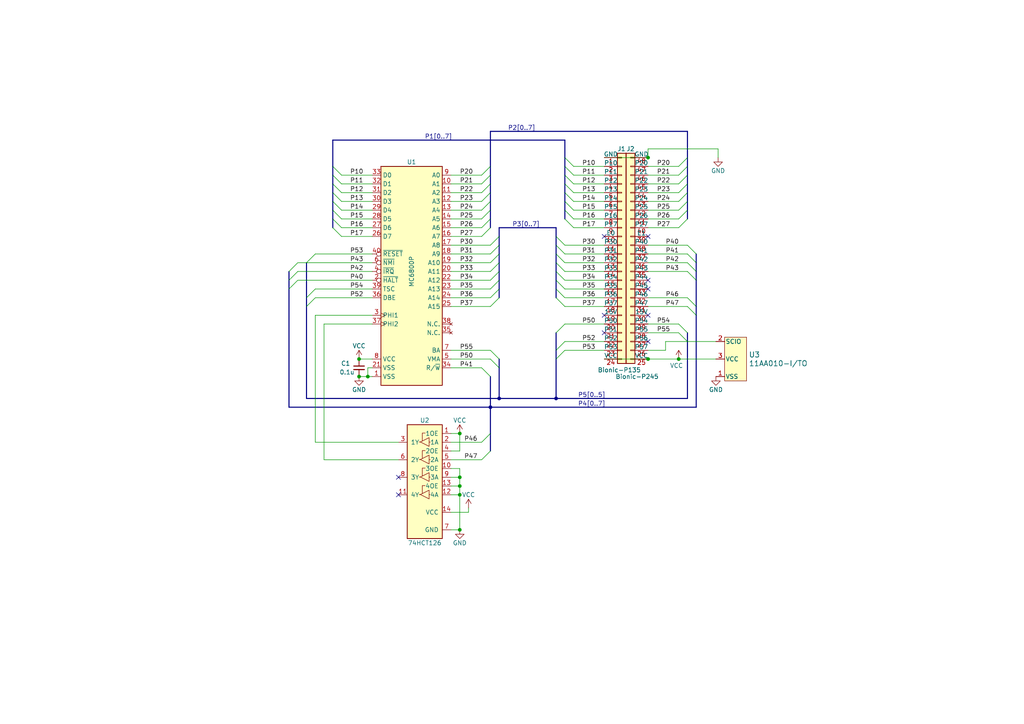
<source format=kicad_sch>
(kicad_sch (version 20230121) (generator eeschema)
  (paper "A4")
  (title_block (title "BionicMC6800") (date "2022-01-18") (rev "2") (company "Tadashi G. Takaoka"))
  (lib_symbols
    (symbol "0-LocalLibrary:11AA010-I_TO" (pin_names (offset 0.254))
      (property "Reference" "U" (at 2.54 1.27 0))
      (property "Value" "11AA010-I/TO" (at 3.81 -13.97 0))
      (symbol "11AA010-I_TO_1_1"
        (rectangle (start 0 0) (end 6.35 -12.7) (fill (type background)))
        (pin power_in line (at -2.54 -11.43 0) (length 2.54) (name "VSS") (number "1"))
        (pin bidirectional line (at -2.54 -1.27 0) (length 2.54) (name "SCIO") (number "2"))
        (pin power_in line (at -2.54 -6.35 0) (length 2.54) (name "VCC") (number "3"))
      )
    )
    (symbol "0-LocalLibrary:74HCT126" (pin_names (offset 1.016))
      (property "Reference" "U" (at 0 16.51 0))
      (property "Value" "74HCT126" (at 0 -19.05 0))
      (symbol "74HCT126_0_1"
        (polyline (pts (xy -1.2954 10.2108) (xy -1.6002 10.2108)))
        (polyline (pts (xy 1.2954 10.2362) (xy 1.651 10.2362)))
        (polyline (pts (xy 0.7112 10.5664) (xy 0.7112 12.827) (xy -0.127 12.827) (xy -0.1016 12.827)))
      )
      (symbol "74HCT126_1_0"
        (polyline (pts (xy 1.27 10.2362) (xy -1.27 11.5062) (xy -1.27 8.9662) (xy 1.27 10.2362)) (stroke (width 0.1524)))
        (pin input line (at -7.62 12.7 0) (length 2.54) (name "1OE") (number "1"))
        (pin input line (at -7.62 2.54 0) (length 2.54) (name "3OE") (number "10"))
        (pin tri_state line (at 7.62 -5.08 180) (length 2.54) (name "4Y") (number "11"))
        (pin input line (at -7.62 -5.08 0) (length 2.54) (name "4A") (number "12"))
        (pin input line (at -7.62 -2.54 0) (length 2.54) (name "4OE") (number "13"))
        (pin power_in line (at -7.62 -10.16 0) (length 2.54) (name "VCC") (number "14"))
        (pin input line (at -7.62 10.16 0) (length 2.54) (name "1A") (number "2"))
        (pin tri_state line (at 7.62 10.16 180) (length 2.54) (name "1Y") (number "3"))
        (pin input line (at -7.62 7.62 0) (length 2.54) (name "2OE") (number "4"))
        (pin input line (at -7.62 5.08 0) (length 2.54) (name "2A") (number "5"))
        (pin tri_state line (at 7.62 5.08 180) (length 2.54) (name "2Y") (number "6"))
        (pin power_in line (at -7.62 -15.24 0) (length 2.54) (name "GND") (number "7"))
        (pin tri_state line (at 7.62 0 180) (length 2.54) (name "3Y") (number "8"))
        (pin input line (at -7.62 0 0) (length 2.54) (name "3A") (number "9"))
      )
      (symbol "74HCT126_1_1"
        (rectangle (start -5.08 15.24) (end 5.08 -17.78) (stroke (width 0.254)) (fill (type background)))
        (polyline (pts (xy -1.2954 -5.0292) (xy -1.6002 -5.0292)))
        (polyline (pts (xy -1.2954 0.0508) (xy -1.6002 0.0508)))
        (polyline (pts (xy -1.2954 5.1308) (xy -1.6002 5.1308)))
        (polyline (pts (xy 1.2954 -5.0038) (xy 1.651 -5.0038)))
        (polyline (pts (xy 1.2954 0.0762) (xy 1.651 0.0762)))
        (polyline (pts (xy 1.2954 5.1562) (xy 1.651 5.1562)))
        (polyline (pts (xy 0.7112 -4.6736) (xy 0.7112 -2.413) (xy -0.127 -2.413) (xy -0.1016 -2.413)))
        (polyline (pts (xy 0.7112 0.4064) (xy 0.7112 2.667) (xy -0.127 2.667) (xy -0.1016 2.667)))
        (polyline (pts (xy 0.7112 5.4864) (xy 0.7112 7.747) (xy -0.127 7.747) (xy -0.1016 7.747)))
        (polyline (pts (xy 1.27 -5.0038) (xy -1.27 -3.7338) (xy -1.27 -6.2738) (xy 1.27 -5.0038)) (stroke (width 0.1524)))
        (polyline (pts (xy 1.27 0.0762) (xy -1.27 1.3462) (xy -1.27 -1.1938) (xy 1.27 0.0762)) (stroke (width 0.1524)))
        (polyline (pts (xy 1.27 5.1562) (xy -1.27 6.4262) (xy -1.27 3.8862) (xy 1.27 5.1562)) (stroke (width 0.1524)))
      )
    )
    (symbol "0-LocalLibrary:Bionic-P135" (pin_names (offset 0))
      (property "Reference" "J" (at 0 30.48 0))
      (property "Value" "Bionic-P135" (at -1.27 -33.02 0))
      (symbol "Bionic-P135_1_1"
        (rectangle (start -1.27 -30.353) (end 0 -30.607) (stroke (width 0.1524)))
        (rectangle (start -1.27 -27.813) (end 0 -28.067) (stroke (width 0.1524)))
        (rectangle (start -1.27 -25.273) (end 0 -25.527) (stroke (width 0.1524)))
        (rectangle (start -1.27 -22.733) (end 0 -22.987) (stroke (width 0.1524)))
        (rectangle (start -1.27 -20.193) (end 0 -20.447) (stroke (width 0.1524)))
        (rectangle (start -1.27 -17.653) (end 0 -17.907) (stroke (width 0.1524)))
        (rectangle (start -1.27 -15.113) (end 0 -15.367) (stroke (width 0.1524)))
        (rectangle (start -1.27 -12.573) (end 0 -12.827) (stroke (width 0.1524)))
        (rectangle (start -1.27 -10.033) (end 0 -10.287) (stroke (width 0.1524)))
        (rectangle (start -1.27 -7.493) (end 0 -7.747) (stroke (width 0.1524)))
        (rectangle (start -1.27 -4.953) (end 0 -5.207) (stroke (width 0.1524)))
        (rectangle (start -1.27 -2.413) (end 0 -2.667) (stroke (width 0.1524)))
        (rectangle (start -1.27 0.127) (end 0 -0.127) (stroke (width 0.1524)))
        (rectangle (start -1.27 2.667) (end 0 2.413) (stroke (width 0.1524)))
        (rectangle (start -1.27 5.207) (end 0 4.953) (stroke (width 0.1524)))
        (rectangle (start -1.27 7.747) (end 0 7.493) (stroke (width 0.1524)))
        (rectangle (start -1.27 10.287) (end 0 10.033) (stroke (width 0.1524)))
        (rectangle (start -1.27 12.827) (end 0 12.573) (stroke (width 0.1524)))
        (rectangle (start -1.27 15.367) (end 0 15.113) (stroke (width 0.1524)))
        (rectangle (start -1.27 17.907) (end 0 17.653) (stroke (width 0.1524)))
        (rectangle (start -1.27 20.447) (end 0 20.193) (stroke (width 0.1524)))
        (rectangle (start -1.27 22.987) (end 0 22.733) (stroke (width 0.1524)))
        (rectangle (start -1.27 25.527) (end 0 25.273) (stroke (width 0.1524)))
        (rectangle (start -1.27 28.067) (end 0 27.813) (stroke (width 0.1524)))
        (rectangle (start -1.27 29.21) (end 1.27 -31.75) (stroke (width 0.254)) (fill (type background)))
        (pin power_out line (at -5.08 27.94 0) (length 3.81) (name "GND") (number "1"))
        (pin bidirectional line (at -5.08 5.08 0) (length 3.81) (name "E0") (number "10"))
        (pin bidirectional line (at -5.08 2.54 0) (length 3.81) (name "P30") (number "11"))
        (pin bidirectional line (at -5.08 0 0) (length 3.81) (name "P31") (number "12"))
        (pin bidirectional line (at -5.08 -2.54 0) (length 3.81) (name "P32") (number "13"))
        (pin bidirectional line (at -5.08 -5.08 0) (length 3.81) (name "P33") (number "14"))
        (pin bidirectional line (at -5.08 -7.62 0) (length 3.81) (name "P34") (number "15"))
        (pin bidirectional line (at -5.08 -10.16 0) (length 3.81) (name "P35") (number "16"))
        (pin bidirectional line (at -5.08 -12.7 0) (length 3.81) (name "P36") (number "17"))
        (pin bidirectional line (at -5.08 -15.24 0) (length 3.81) (name "P37") (number "18"))
        (pin power_out line (at -5.08 -17.78 0) (length 3.81) (name "15V") (number "19"))
        (pin bidirectional line (at -5.08 25.4 0) (length 3.81) (name "P10") (number "2"))
        (pin bidirectional line (at -5.08 -20.32 0) (length 3.81) (name "P50") (number "20"))
        (pin bidirectional line (at -5.08 -22.86 0) (length 3.81) (name "P51") (number "21"))
        (pin bidirectional line (at -5.08 -25.4 0) (length 3.81) (name "P52") (number "22"))
        (pin bidirectional line (at -5.08 -27.94 0) (length 3.81) (name "P53") (number "23"))
        (pin power_out line (at -5.08 -30.48 0) (length 3.81) (name "VCC") (number "24"))
        (pin bidirectional line (at -5.08 22.86 0) (length 3.81) (name "P11") (number "3"))
        (pin bidirectional line (at -5.08 20.32 0) (length 3.81) (name "P12") (number "4"))
        (pin bidirectional line (at -5.08 17.78 0) (length 3.81) (name "P13") (number "5"))
        (pin bidirectional line (at -5.08 15.24 0) (length 3.81) (name "P14") (number "6"))
        (pin bidirectional line (at -5.08 12.7 0) (length 3.81) (name "P15") (number "7"))
        (pin bidirectional line (at -5.08 10.16 0) (length 3.81) (name "P16") (number "8"))
        (pin bidirectional line (at -5.08 7.62 0) (length 3.81) (name "P17") (number "9"))
      )
    )
    (symbol "0-LocalLibrary:Bionic-P245" (pin_names (offset 0))
      (property "Reference" "J" (at -3.81 30.48 0))
      (property "Value" "Bionic-P245" (at -1.27 -33.02 0))
      (symbol "Bionic-P245_1_1"
        (rectangle (start -5.08 -31.75) (end -2.54 29.21) (stroke (width 0.254)) (fill (type background)))
        (rectangle (start -3.81 -30.607) (end -2.54 -30.353) (stroke (width 0.1524)))
        (rectangle (start -3.81 -28.067) (end -2.54 -27.813) (stroke (width 0.1524)))
        (rectangle (start -3.81 -25.527) (end -2.54 -25.273) (stroke (width 0.1524)))
        (rectangle (start -3.81 -22.987) (end -2.54 -22.733) (stroke (width 0.1524)))
        (rectangle (start -3.81 -20.447) (end -2.54 -20.193) (stroke (width 0.1524)))
        (rectangle (start -3.81 -17.907) (end -2.54 -17.653) (stroke (width 0.1524)))
        (rectangle (start -3.81 -15.367) (end -2.54 -15.113) (stroke (width 0.1524)))
        (rectangle (start -3.81 -12.827) (end -2.54 -12.573) (stroke (width 0.1524)))
        (rectangle (start -3.81 -10.287) (end -2.54 -10.033) (stroke (width 0.1524)))
        (rectangle (start -3.81 -7.747) (end -2.54 -7.493) (stroke (width 0.1524)))
        (rectangle (start -3.81 -5.207) (end -2.54 -4.953) (stroke (width 0.1524)))
        (rectangle (start -3.81 -2.667) (end -2.54 -2.413) (stroke (width 0.1524)))
        (rectangle (start -3.81 -0.127) (end -2.54 0.127) (stroke (width 0.1524)))
        (rectangle (start -3.81 2.413) (end -2.54 2.667) (stroke (width 0.1524)))
        (rectangle (start -3.81 4.953) (end -2.54 5.207) (stroke (width 0.1524)))
        (rectangle (start -3.81 7.493) (end -2.54 7.747) (stroke (width 0.1524)))
        (rectangle (start -3.81 10.033) (end -2.54 10.287) (stroke (width 0.1524)))
        (rectangle (start -3.81 12.573) (end -2.54 12.827) (stroke (width 0.1524)))
        (rectangle (start -3.81 15.113) (end -2.54 15.367) (stroke (width 0.1524)))
        (rectangle (start -3.81 17.653) (end -2.54 17.907) (stroke (width 0.1524)))
        (rectangle (start -3.81 20.193) (end -2.54 20.447) (stroke (width 0.1524)))
        (rectangle (start -3.81 22.733) (end -2.54 22.987) (stroke (width 0.1524)))
        (rectangle (start -3.81 25.273) (end -2.54 25.527) (stroke (width 0.1524)))
        (rectangle (start -3.81 27.813) (end -2.54 28.067) (stroke (width 0.1524)))
        (pin power_in line (at 1.27 -30.48 180) (length 3.81) (name "VCC") (number "25"))
        (pin bidirectional line (at 1.27 -27.94 180) (length 3.81) (name "P57") (number "26"))
        (pin bidirectional line (at 1.27 -25.4 180) (length 3.81) (name "P56") (number "27"))
        (pin bidirectional line (at 1.27 -22.86 180) (length 3.81) (name "P55") (number "28"))
        (pin bidirectional line (at 1.27 -20.32 180) (length 3.81) (name "P54") (number "29"))
        (pin power_in line (at 1.27 -17.78 180) (length 3.81) (name "15V") (number "30"))
        (pin bidirectional line (at 1.27 -15.24 180) (length 3.81) (name "P47") (number "31"))
        (pin bidirectional line (at 1.27 -12.7 180) (length 3.81) (name "P46") (number "32"))
        (pin bidirectional line (at 1.27 -10.16 180) (length 3.81) (name "P45") (number "33"))
        (pin bidirectional line (at 1.27 -7.62 180) (length 3.81) (name "P44") (number "34"))
        (pin bidirectional line (at 1.27 -5.08 180) (length 3.81) (name "P43") (number "35"))
        (pin bidirectional line (at 1.27 -2.54 180) (length 3.81) (name "P42") (number "36"))
        (pin bidirectional line (at 1.27 0 180) (length 3.81) (name "P41") (number "37"))
        (pin bidirectional line (at 1.27 2.54 180) (length 3.81) (name "P40") (number "38"))
        (pin bidirectional line (at 1.27 5.08 180) (length 3.81) (name "E1") (number "39"))
        (pin bidirectional line (at 1.27 7.62 180) (length 3.81) (name "P27") (number "40"))
        (pin bidirectional line (at 1.27 10.16 180) (length 3.81) (name "P26") (number "41"))
        (pin bidirectional line (at 1.27 12.7 180) (length 3.81) (name "P25") (number "42"))
        (pin bidirectional line (at 1.27 15.24 180) (length 3.81) (name "P24") (number "43"))
        (pin bidirectional line (at 1.27 17.78 180) (length 3.81) (name "P23") (number "44"))
        (pin bidirectional line (at 1.27 20.32 180) (length 3.81) (name "P22") (number "45"))
        (pin bidirectional line (at 1.27 22.86 180) (length 3.81) (name "P21") (number "46"))
        (pin bidirectional line (at 1.27 25.4 180) (length 3.81) (name "P20") (number "47"))
        (pin power_in line (at 1.27 27.94 180) (length 3.81) (name "GND") (number "48"))
      )
    )
    (symbol "0-LocalLibrary:MC6800P"
      (property "Reference" "U" (at -1.27 31.75 0))
      (property "Value" "MC6800P" (at 0 -3.81 90))
      (symbol "MC6800P_0_1"
        (rectangle (start -8.89 -33.02) (end 8.89 30.48) (stroke (width 0.254)) (fill (type background)))
      )
      (symbol "MC6800P_1_1"
        (pin power_in line (at -11.43 -30.48 0) (length 2.54) (name "VSS") (number "1"))
        (pin output line (at 11.43 25.4 180) (length 2.54) (name "A1") (number "10"))
        (pin output line (at 11.43 22.86 180) (length 2.54) (name "A2") (number "11"))
        (pin output line (at 11.43 20.32 180) (length 2.54) (name "A3") (number "12"))
        (pin output line (at 11.43 17.78 180) (length 2.54) (name "A4") (number "13"))
        (pin output line (at 11.43 15.24 180) (length 2.54) (name "A5") (number "14"))
        (pin output line (at 11.43 12.7 180) (length 2.54) (name "A6") (number "15"))
        (pin output line (at 11.43 10.16 180) (length 2.54) (name "A7") (number "16"))
        (pin output line (at 11.43 7.62 180) (length 2.54) (name "A8") (number "17"))
        (pin output line (at 11.43 5.08 180) (length 2.54) (name "A9") (number "18"))
        (pin output line (at 11.43 2.54 180) (length 2.54) (name "A10") (number "19"))
        (pin input inverted (at -11.43 -2.54 0) (length 2.54) (name "~{HALT}") (number "2"))
        (pin output line (at 11.43 0 180) (length 2.54) (name "A11") (number "20"))
        (pin power_in line (at -11.43 -27.94 0) (length 2.54) (name "VSS") (number "21"))
        (pin output line (at 11.43 -2.54 180) (length 2.54) (name "A12") (number "22"))
        (pin output line (at 11.43 -5.08 180) (length 2.54) (name "A13") (number "23"))
        (pin output line (at 11.43 -7.62 180) (length 2.54) (name "A14") (number "24"))
        (pin output line (at 11.43 -10.16 180) (length 2.54) (name "A15") (number "25"))
        (pin bidirectional line (at -11.43 10.16 0) (length 2.54) (name "D7") (number "26"))
        (pin bidirectional line (at -11.43 12.7 0) (length 2.54) (name "D6") (number "27"))
        (pin bidirectional line (at -11.43 15.24 0) (length 2.54) (name "D5") (number "28"))
        (pin bidirectional line (at -11.43 17.78 0) (length 2.54) (name "D4") (number "29"))
        (pin input clock (at -11.43 -12.7 0) (length 2.54) (name "PHI1") (number "3"))
        (pin bidirectional line (at -11.43 20.32 0) (length 2.54) (name "D3") (number "30"))
        (pin bidirectional line (at -11.43 22.86 0) (length 2.54) (name "D2") (number "31"))
        (pin bidirectional line (at -11.43 25.4 0) (length 2.54) (name "D1") (number "32"))
        (pin bidirectional line (at -11.43 27.94 0) (length 2.54) (name "D0") (number "33"))
        (pin output line (at 11.43 -27.94 180) (length 2.54) (name "R/~{W}") (number "34"))
        (pin no_connect line (at 11.43 -17.78 180) (length 2.54) (name "N.C.") (number "35"))
        (pin input line (at -11.43 -7.62 0) (length 2.54) (name "DBE") (number "36"))
        (pin input clock (at -11.43 -15.24 0) (length 2.54) (name "PHI2") (number "37"))
        (pin no_connect line (at 11.43 -15.24 180) (length 2.54) (name "N.C.") (number "38"))
        (pin input line (at -11.43 -5.08 0) (length 2.54) (name "TSC") (number "39"))
        (pin input inverted (at -11.43 0 0) (length 2.54) (name "~{IRQ}") (number "4"))
        (pin input inverted (at -11.43 5.08 0) (length 2.54) (name "~{RESET}") (number "40"))
        (pin output line (at 11.43 -25.4 180) (length 2.54) (name "VMA") (number "5"))
        (pin input inverted (at -11.43 2.54 0) (length 2.54) (name "~{NMI}") (number "6"))
        (pin output line (at 11.43 -22.86 180) (length 2.54) (name "BA") (number "7"))
        (pin power_in line (at -11.43 -25.4 0) (length 2.54) (name "VCC") (number "8"))
        (pin output line (at 11.43 27.94 180) (length 2.54) (name "A0") (number "9"))
      )
    )
    (symbol "Device:C_Small" (pin_numbers hide) (pin_names (offset 0.254) hide)
      (property "Reference" "C" (at 0.254 1.778 0))
      (property "Value" "C_Small" (at 0.254 -2.032 0))
      (symbol "C_Small_0_1"
        (polyline (pts (xy -1.524 -0.508) (xy 1.524 -0.508)) (stroke (width 0.3302)))
        (polyline (pts (xy -1.524 0.508) (xy 1.524 0.508)) (stroke (width 0.3048)))
      )
      (symbol "C_Small_1_1"
        (pin passive line (at 0 2.54 270) (length 2.032) (name "~") (number "1"))
        (pin passive line (at 0 -2.54 90) (length 2.032) (name "~") (number "2"))
      )
    )
    (symbol "GND_1" (power) (pin_names (offset 0))
      (property "Value" "GND_1" (at 0 -3.81 0))
      (symbol "GND_1_0_1"
        (polyline (pts (xy 0 0) (xy 0 -1.27) (xy 1.27 -1.27) (xy 0 -2.54) (xy -1.27 -1.27) (xy 0 -1.27)))
      )
      (symbol "GND_1_1_1"
        (pin power_in line (at 0 0 270) (length 0) hide (name "GND") (number "1"))
      )
    )
    (symbol "VCC_1" (power) (pin_names (offset 0))
      (property "Value" "VCC_1" (at 0 3.81 0))
      (symbol "VCC_1_0_1"
        (polyline (pts (xy -0.762 1.27) (xy 0 2.54)))
        (polyline (pts (xy 0 0) (xy 0 2.54)))
        (polyline (pts (xy 0 2.54) (xy 0.762 1.27)))
      )
      (symbol "VCC_1_1_1"
        (pin power_in line (at 0 0 90) (length 0) hide (name "VCC") (number "1"))
      )
    )
  )
  (junction (at 104.14 109.22))
  (junction (at 161.29 115.57))
  (junction (at 142.24 118.11))
  (junction (at 133.35 138.43))
  (junction (at 187.96 104.14))
  (junction (at 133.35 143.51))
  (junction (at 106.68 109.22))
  (junction (at 104.14 104.14))
  (junction (at 133.35 125.73))
  (junction (at 133.35 153.67))
  (junction (at 133.35 140.97))
  (junction (at 187.96 45.72))
  (junction (at 196.85 104.14))
  (junction (at 144.78 115.57))
  (no_connect (at 187.96 99.06))
  (no_connect (at 175.26 68.58))
  (no_connect (at 175.26 96.52))
  (no_connect (at 115.57 143.51))
  (no_connect (at 175.26 91.44))
  (no_connect (at 115.57 138.43))
  (no_connect (at 187.96 83.82))
  (no_connect (at 187.96 68.58))
  (no_connect (at 187.96 81.28))
  (no_connect (at 187.96 91.44))
  (bus_entry (at 196.85 96.52) (size 2.54 2.54))
  (bus_entry (at 142.24 104.14) (size 2.54 2.54))
  (bus_entry (at 142.24 73.66) (size 2.54 -2.54))
  (bus_entry (at 163.83 101.6) (size -2.54 2.54))
  (bus_entry (at 166.37 60.96) (size -2.54 -2.54))
  (bus_entry (at 139.7 128.27) (size 2.54 -2.54))
  (bus_entry (at 163.83 93.98) (size -2.54 2.54))
  (bus_entry (at 161.29 78.74) (size 2.54 2.54))
  (bus_entry (at 142.24 58.42) (size -2.54 2.54))
  (bus_entry (at 142.24 78.74) (size 2.54 -2.54))
  (bus_entry (at 166.37 55.88) (size -2.54 -2.54))
  (bus_entry (at 142.24 86.36) (size 2.54 -2.54))
  (bus_entry (at 142.24 81.28) (size 2.54 -2.54))
  (bus_entry (at 166.37 66.04) (size -2.54 -2.54))
  (bus_entry (at 142.24 83.82) (size 2.54 -2.54))
  (bus_entry (at 199.39 60.96) (size -2.54 2.54))
  (bus_entry (at 99.06 66.04) (size -2.54 -2.54))
  (bus_entry (at 83.82 78.74) (size 2.54 -2.54))
  (bus_entry (at 142.24 60.96) (size -2.54 2.54))
  (bus_entry (at 161.29 73.66) (size 2.54 2.54))
  (bus_entry (at 99.06 60.96) (size -2.54 -2.54))
  (bus_entry (at 99.06 58.42) (size -2.54 -2.54))
  (bus_entry (at 142.24 55.88) (size -2.54 2.54))
  (bus_entry (at 161.29 76.2) (size 2.54 2.54))
  (bus_entry (at 99.06 68.58) (size -2.54 -2.54))
  (bus_entry (at 163.83 71.12) (size -2.54 -2.54))
  (bus_entry (at 142.24 53.34) (size -2.54 2.54))
  (bus_entry (at 142.24 76.2) (size 2.54 -2.54))
  (bus_entry (at 196.85 93.98) (size 2.54 2.54))
  (bus_entry (at 199.39 45.72) (size -2.54 2.54))
  (bus_entry (at 166.37 48.26) (size -2.54 -2.54))
  (bus_entry (at 199.39 73.66) (size 2.54 2.54))
  (bus_entry (at 161.29 86.36) (size 2.54 2.54))
  (bus_entry (at 199.39 55.88) (size -2.54 2.54))
  (bus_entry (at 199.39 76.2) (size 2.54 2.54))
  (bus_entry (at 166.37 63.5) (size -2.54 -2.54))
  (bus_entry (at 142.24 101.6) (size 2.54 2.54))
  (bus_entry (at 88.9 86.36) (size 2.54 -2.54))
  (bus_entry (at 142.24 88.9) (size 2.54 -2.54))
  (bus_entry (at 199.39 53.34) (size -2.54 2.54))
  (bus_entry (at 166.37 58.42) (size -2.54 -2.54))
  (bus_entry (at 199.39 58.42) (size -2.54 2.54))
  (bus_entry (at 199.39 86.36) (size 2.54 2.54))
  (bus_entry (at 199.39 63.5) (size -2.54 2.54))
  (bus_entry (at 142.24 71.12) (size 2.54 -2.54))
  (bus_entry (at 199.39 71.12) (size 2.54 2.54))
  (bus_entry (at 199.39 48.26) (size -2.54 2.54))
  (bus_entry (at 83.82 83.82) (size 2.54 -2.54))
  (bus_entry (at 142.24 66.04) (size -2.54 2.54))
  (bus_entry (at 166.37 53.34) (size -2.54 -2.54))
  (bus_entry (at 166.37 50.8) (size -2.54 -2.54))
  (bus_entry (at 161.29 71.12) (size 2.54 2.54))
  (bus_entry (at 99.06 55.88) (size -2.54 -2.54))
  (bus_entry (at 88.9 76.2) (size 2.54 -2.54))
  (bus_entry (at 199.39 50.8) (size -2.54 2.54))
  (bus_entry (at 88.9 88.9) (size 2.54 -2.54))
  (bus_entry (at 142.24 63.5) (size -2.54 2.54))
  (bus_entry (at 199.39 78.74) (size 2.54 2.54))
  (bus_entry (at 139.7 133.35) (size 2.54 -2.54))
  (bus_entry (at 139.7 106.68) (size 2.54 2.54))
  (bus_entry (at 142.24 48.26) (size -2.54 2.54))
  (bus_entry (at 199.39 88.9) (size 2.54 2.54))
  (bus_entry (at 99.06 63.5) (size -2.54 -2.54))
  (bus_entry (at 142.24 50.8) (size -2.54 2.54))
  (bus_entry (at 161.29 83.82) (size 2.54 2.54))
  (bus_entry (at 161.29 81.28) (size 2.54 2.54))
  (bus_entry (at 99.06 50.8) (size -2.54 -2.54))
  (bus_entry (at 163.83 99.06) (size -2.54 2.54))
  (bus_entry (at 83.82 81.28) (size 2.54 -2.54))
  (bus_entry (at 99.06 53.34) (size -2.54 -2.54))
  (bus (pts (xy 161.29 96.52) (xy 161.29 101.6)))
  (bus (pts (xy 142.24 125.73) (xy 142.24 130.81)))
  (wire (pts (xy 104.14 109.22) (xy 106.68 109.22)))
  (wire (pts (xy 163.83 71.12) (xy 175.26 71.12)))
  (bus (pts (xy 88.9 86.36) (xy 88.9 88.9)))
  (wire (pts (xy 130.81 71.12) (xy 142.24 71.12)))
  (bus (pts (xy 144.78 71.12) (xy 144.78 68.58)))
  (wire (pts (xy 130.81 128.27) (xy 139.7 128.27)))
  (wire (pts (xy 187.96 50.8) (xy 196.85 50.8)))
  (wire (pts (xy 187.96 76.2) (xy 199.39 76.2)))
  (wire (pts (xy 193.04 99.06) (xy 199.39 99.06)))
  (bus (pts (xy 163.83 45.72) (xy 163.83 48.26)))
  (wire (pts (xy 175.26 66.04) (xy 166.37 66.04)))
  (wire (pts (xy 187.96 60.96) (xy 196.85 60.96)))
  (wire (pts (xy 130.81 138.43) (xy 133.35 138.43)))
  (wire (pts (xy 163.83 86.36) (xy 175.26 86.36)))
  (wire (pts (xy 91.44 91.44) (xy 91.44 128.27)))
  (wire (pts (xy 175.26 55.88) (xy 166.37 55.88)))
  (wire (pts (xy 133.35 140.97) (xy 133.35 143.51)))
  (wire (pts (xy 187.96 43.18) (xy 187.96 45.72)))
  (wire (pts (xy 130.81 104.14) (xy 142.24 104.14)))
  (bus (pts (xy 161.29 101.6) (xy 161.29 104.14)))
  (wire (pts (xy 175.26 60.96) (xy 166.37 60.96)))
  (bus (pts (xy 144.78 115.57) (xy 161.29 115.57)))
  (bus (pts (xy 142.24 48.26) (xy 142.24 50.8)))
  (bus (pts (xy 144.78 104.14) (xy 144.78 106.68)))
  (bus (pts (xy 142.24 109.22) (xy 142.24 118.11)))
  (wire (pts (xy 175.26 101.6) (xy 163.83 101.6)))
  (wire (pts (xy 187.96 71.12) (xy 199.39 71.12)))
  (wire (pts (xy 91.44 91.44) (xy 107.95 91.44)))
  (wire (pts (xy 130.81 133.35) (xy 139.7 133.35)))
  (wire (pts (xy 93.98 93.98) (xy 93.98 133.35)))
  (wire (pts (xy 187.96 43.18) (xy 208.28 43.18)))
  (wire (pts (xy 130.81 63.5) (xy 139.7 63.5)))
  (bus (pts (xy 199.39 45.72) (xy 199.39 48.26)))
  (wire (pts (xy 130.81 53.34) (xy 139.7 53.34)))
  (bus (pts (xy 161.29 81.28) (xy 161.29 83.82)))
  (bus (pts (xy 142.24 118.11) (xy 142.24 125.73)))
  (wire (pts (xy 135.89 148.59) (xy 135.89 147.32)))
  (bus (pts (xy 142.24 63.5) (xy 142.24 66.04)))
  (bus (pts (xy 142.24 38.1) (xy 199.39 38.1)))
  (bus (pts (xy 96.52 40.64) (xy 96.52 48.26)))
  (wire (pts (xy 133.35 143.51) (xy 133.35 153.67)))
  (wire (pts (xy 88.9 76.2) (xy 107.95 76.2)))
  (wire (pts (xy 130.81 60.96) (xy 139.7 60.96)))
  (bus (pts (xy 83.82 78.74) (xy 83.82 81.28)))
  (bus (pts (xy 201.93 78.74) (xy 201.93 81.28)))
  (wire (pts (xy 199.39 99.06) (xy 207.645 99.06)))
  (wire (pts (xy 107.95 66.04) (xy 99.06 66.04)))
  (wire (pts (xy 187.96 96.52) (xy 196.85 96.52)))
  (bus (pts (xy 83.82 118.11) (xy 142.24 118.11)))
  (wire (pts (xy 93.98 93.98) (xy 107.95 93.98)))
  (bus (pts (xy 161.29 104.14) (xy 161.29 115.57)))
  (wire (pts (xy 187.96 58.42) (xy 196.85 58.42)))
  (wire (pts (xy 106.68 106.68) (xy 106.68 109.22)))
  (wire (pts (xy 107.95 60.96) (xy 99.06 60.96)))
  (wire (pts (xy 130.81 130.81) (xy 133.35 130.81)))
  (wire (pts (xy 130.81 55.88) (xy 139.7 55.88)))
  (bus (pts (xy 142.24 60.96) (xy 142.24 63.5)))
  (wire (pts (xy 130.81 73.66) (xy 142.24 73.66)))
  (wire (pts (xy 107.95 106.68) (xy 106.68 106.68)))
  (wire (pts (xy 175.26 63.5) (xy 166.37 63.5)))
  (bus (pts (xy 199.39 58.42) (xy 199.39 60.96)))
  (wire (pts (xy 130.81 83.82) (xy 142.24 83.82)))
  (wire (pts (xy 187.96 66.04) (xy 196.85 66.04)))
  (wire (pts (xy 163.83 83.82) (xy 175.26 83.82)))
  (wire (pts (xy 107.95 68.58) (xy 99.06 68.58)))
  (bus (pts (xy 163.83 40.64) (xy 163.83 45.72)))
  (wire (pts (xy 193.04 101.6) (xy 193.04 99.06)))
  (bus (pts (xy 201.93 76.2) (xy 201.93 78.74)))
  (bus (pts (xy 142.24 53.34) (xy 142.24 55.88)))
  (wire (pts (xy 107.95 55.88) (xy 99.06 55.88)))
  (wire (pts (xy 187.96 48.26) (xy 196.85 48.26)))
  (wire (pts (xy 91.44 86.36) (xy 107.95 86.36)))
  (bus (pts (xy 199.39 55.88) (xy 199.39 58.42)))
  (wire (pts (xy 163.83 88.9) (xy 175.26 88.9)))
  (wire (pts (xy 86.36 76.2) (xy 88.9 76.2)))
  (wire (pts (xy 130.81 50.8) (xy 139.7 50.8)))
  (wire (pts (xy 175.26 48.26) (xy 166.37 48.26)))
  (wire (pts (xy 133.35 138.43) (xy 133.35 140.97)))
  (bus (pts (xy 163.83 60.96) (xy 163.83 63.5)))
  (bus (pts (xy 142.24 55.88) (xy 142.24 58.42)))
  (bus (pts (xy 144.78 86.36) (xy 144.78 83.82)))
  (wire (pts (xy 163.83 76.2) (xy 175.26 76.2)))
  (bus (pts (xy 88.9 115.57) (xy 144.78 115.57)))
  (wire (pts (xy 187.96 93.98) (xy 196.85 93.98)))
  (wire (pts (xy 187.96 104.14) (xy 196.85 104.14)))
  (wire (pts (xy 130.81 86.36) (xy 142.24 86.36)))
  (bus (pts (xy 142.24 58.42) (xy 142.24 60.96)))
  (bus (pts (xy 96.52 58.42) (xy 96.52 60.96)))
  (bus (pts (xy 163.83 50.8) (xy 163.83 53.34)))
  (bus (pts (xy 96.52 48.26) (xy 96.52 50.8)))
  (bus (pts (xy 163.83 58.42) (xy 163.83 60.96)))
  (wire (pts (xy 86.36 78.74) (xy 107.95 78.74)))
  (bus (pts (xy 199.39 60.96) (xy 199.39 63.5)))
  (wire (pts (xy 208.28 43.18) (xy 208.28 45.72)))
  (bus (pts (xy 96.52 53.34) (xy 96.52 55.88)))
  (bus (pts (xy 88.9 88.9) (xy 88.9 115.57)))
  (wire (pts (xy 130.81 68.58) (xy 139.7 68.58)))
  (bus (pts (xy 142.24 38.1) (xy 142.24 48.26)))
  (bus (pts (xy 199.39 96.52) (xy 199.39 99.06)))
  (wire (pts (xy 107.95 50.8) (xy 99.06 50.8)))
  (bus (pts (xy 144.78 83.82) (xy 144.78 81.28)))
  (wire (pts (xy 187.96 88.9) (xy 199.39 88.9)))
  (wire (pts (xy 130.81 81.28) (xy 142.24 81.28)))
  (wire (pts (xy 130.81 143.51) (xy 133.35 143.51)))
  (wire (pts (xy 139.7 106.68) (xy 130.81 106.68)))
  (wire (pts (xy 163.83 73.66) (xy 175.26 73.66)))
  (wire (pts (xy 130.81 153.67) (xy 133.35 153.67)))
  (wire (pts (xy 91.44 73.66) (xy 107.95 73.66)))
  (wire (pts (xy 187.96 53.34) (xy 196.85 53.34)))
  (bus (pts (xy 161.29 71.12) (xy 161.29 73.66)))
  (wire (pts (xy 133.35 135.89) (xy 133.35 138.43)))
  (wire (pts (xy 130.81 76.2) (xy 142.24 76.2)))
  (wire (pts (xy 104.14 104.14) (xy 107.95 104.14)))
  (wire (pts (xy 175.26 99.06) (xy 163.83 99.06)))
  (bus (pts (xy 199.39 48.26) (xy 199.39 50.8)))
  (wire (pts (xy 93.98 133.35) (xy 115.57 133.35)))
  (bus (pts (xy 161.29 83.82) (xy 161.29 86.36)))
  (bus (pts (xy 161.29 66.04) (xy 161.29 68.58)))
  (wire (pts (xy 130.81 140.97) (xy 133.35 140.97)))
  (wire (pts (xy 175.26 93.98) (xy 163.83 93.98)))
  (bus (pts (xy 201.93 73.66) (xy 201.93 76.2)))
  (bus (pts (xy 144.78 106.68) (xy 144.78 115.57)))
  (bus (pts (xy 83.82 81.28) (xy 83.82 83.82)))
  (wire (pts (xy 196.85 104.14) (xy 207.645 104.14)))
  (bus (pts (xy 199.39 53.34) (xy 199.39 55.88)))
  (wire (pts (xy 130.81 101.6) (xy 142.24 101.6)))
  (bus (pts (xy 201.93 91.44) (xy 201.93 118.11)))
  (wire (pts (xy 187.96 78.74) (xy 199.39 78.74)))
  (bus (pts (xy 144.78 76.2) (xy 144.78 73.66)))
  (wire (pts (xy 175.26 104.14) (xy 187.96 104.14)))
  (wire (pts (xy 106.68 109.22) (xy 107.95 109.22)))
  (bus (pts (xy 161.29 73.66) (xy 161.29 76.2)))
  (bus (pts (xy 83.82 83.82) (xy 83.82 118.11)))
  (bus (pts (xy 199.39 38.1) (xy 199.39 45.72)))
  (bus (pts (xy 201.93 88.9) (xy 201.93 91.44)))
  (bus (pts (xy 201.93 81.28) (xy 201.93 88.9)))
  (bus (pts (xy 163.83 48.26) (xy 163.83 50.8)))
  (wire (pts (xy 130.81 125.73) (xy 133.35 125.73)))
  (wire (pts (xy 187.96 55.88) (xy 196.85 55.88)))
  (bus (pts (xy 96.52 63.5) (xy 96.52 66.04)))
  (bus (pts (xy 163.83 53.34) (xy 163.83 55.88)))
  (wire (pts (xy 130.81 135.89) (xy 133.35 135.89)))
  (bus (pts (xy 161.29 76.2) (xy 161.29 78.74)))
  (bus (pts (xy 161.29 68.58) (xy 161.29 71.12)))
  (bus (pts (xy 144.78 66.04) (xy 161.29 66.04)))
  (bus (pts (xy 163.83 55.88) (xy 163.83 58.42)))
  (bus (pts (xy 161.29 78.74) (xy 161.29 81.28)))
  (bus (pts (xy 144.78 78.74) (xy 144.78 76.2)))
  (wire (pts (xy 130.81 58.42) (xy 139.7 58.42)))
  (wire (pts (xy 107.95 63.5) (xy 99.06 63.5)))
  (bus (pts (xy 96.52 60.96) (xy 96.52 63.5)))
  (wire (pts (xy 175.26 53.34) (xy 166.37 53.34)))
  (bus (pts (xy 142.24 118.11) (xy 201.93 118.11)))
  (bus (pts (xy 96.52 40.64) (xy 163.83 40.64)))
  (bus (pts (xy 199.39 115.57) (xy 161.29 115.57)))
  (wire (pts (xy 107.95 58.42) (xy 99.06 58.42)))
  (bus (pts (xy 142.24 50.8) (xy 142.24 53.34)))
  (wire (pts (xy 130.81 66.04) (xy 139.7 66.04)))
  (bus (pts (xy 96.52 55.88) (xy 96.52 58.42)))
  (wire (pts (xy 133.35 130.81) (xy 133.35 125.73)))
  (bus (pts (xy 144.78 73.66) (xy 144.78 71.12)))
  (wire (pts (xy 91.44 83.82) (xy 107.95 83.82)))
  (wire (pts (xy 187.96 101.6) (xy 193.04 101.6)))
  (wire (pts (xy 175.26 50.8) (xy 166.37 50.8)))
  (wire (pts (xy 187.96 73.66) (xy 199.39 73.66)))
  (wire (pts (xy 86.36 81.28) (xy 107.95 81.28)))
  (bus (pts (xy 88.9 76.2) (xy 88.9 86.36)))
  (wire (pts (xy 163.83 81.28) (xy 175.26 81.28)))
  (wire (pts (xy 130.81 78.74) (xy 142.24 78.74)))
  (wire (pts (xy 187.96 63.5) (xy 196.85 63.5)))
  (wire (pts (xy 107.95 53.34) (xy 99.06 53.34)))
  (bus (pts (xy 144.78 81.28) (xy 144.78 78.74)))
  (bus (pts (xy 96.52 50.8) (xy 96.52 53.34)))
  (wire (pts (xy 130.81 88.9) (xy 142.24 88.9)))
  (wire (pts (xy 115.57 128.27) (xy 91.44 128.27)))
  (wire (pts (xy 135.89 148.59) (xy 130.81 148.59)))
  (bus (pts (xy 199.39 50.8) (xy 199.39 53.34)))
  (wire (pts (xy 187.96 86.36) (xy 199.39 86.36)))
  (bus (pts (xy 199.39 99.06) (xy 199.39 115.57)))
  (wire (pts (xy 175.26 45.72) (xy 187.96 45.72)))
  (wire (pts (xy 175.26 58.42) (xy 166.37 58.42)))
  (bus (pts (xy 144.78 68.58) (xy 144.78 66.04)))
  (wire (pts (xy 163.83 78.74) (xy 175.26 78.74)))
  (label "P40" (at 193.04 71.12 0))
  (label "P50" (at 172.72 93.98 180))
  (label "P52" (at 105.41 86.36 180))
  (label "P47" (at 134.62 133.35 0))
  (label "P2[0..7]" (at 147.32 38.1 0))
  (label "P41" (at 193.04 73.66 0))
  (label "P46" (at 193.04 86.36 0))
  (label "P46" (at 134.62 128.27 0))
  (label "P24" (at 133.35 60.96 0))
  (label "P10" (at 172.72 48.26 180))
  (label "P15" (at 172.72 60.96 180))
  (label "P42" (at 105.41 78.74 180))
  (label "P40" (at 105.41 81.28 180))
  (label "P30" (at 172.72 71.12 180))
  (label "P21" (at 190.5 50.8 0))
  (label "P25" (at 133.35 63.5 0))
  (label "P21" (at 133.35 53.34 0))
  (label "P22" (at 190.5 53.34 0))
  (label "P33" (at 172.72 78.74 180))
  (label "P54" (at 190.5 93.98 0))
  (label "P37" (at 133.35 88.9 0))
  (label "P24" (at 190.5 58.42 0))
  (label "P32" (at 172.72 76.2 180))
  (label "P55" (at 133.35 101.6 0))
  (label "P14" (at 105.41 60.96 180))
  (label "P35" (at 172.72 83.82 180))
  (label "P11" (at 172.72 50.8 180))
  (label "P53" (at 172.72 101.6 180))
  (label "P1[0..7]" (at 123.19 40.64 0))
  (label "P12" (at 105.41 55.88 180))
  (label "P11" (at 105.41 53.34 180))
  (label "P37" (at 172.72 88.9 180))
  (label "P26" (at 190.5 63.5 0))
  (label "P43" (at 105.41 76.2 180))
  (label "P43" (at 193.04 78.74 0))
  (label "P30" (at 133.35 71.12 0))
  (label "P47" (at 193.04 88.9 0))
  (label "P27" (at 133.35 68.58 0))
  (label "P13" (at 105.41 58.42 180))
  (label "P16" (at 172.72 63.5 180))
  (label "P31" (at 133.35 73.66 0))
  (label "P23" (at 133.35 58.42 0))
  (label "P50" (at 133.35 104.14 0))
  (label "P20" (at 190.5 48.26 0))
  (label "P3[0..7]" (at 148.59 66.04 0))
  (label "P42" (at 193.04 76.2 0))
  (label "P33" (at 133.35 78.74 0))
  (label "P17" (at 105.41 68.58 180))
  (label "P35" (at 133.35 83.82 0))
  (label "P14" (at 172.72 58.42 180))
  (label "P36" (at 172.72 86.36 180))
  (label "P13" (at 172.72 55.88 180))
  (label "P17" (at 172.72 66.04 180))
  (label "P12" (at 172.72 53.34 180))
  (label "P27" (at 190.5 66.04 0))
  (label "P34" (at 172.72 81.28 180))
  (label "P54" (at 105.41 83.82 180))
  (label "P22" (at 133.35 55.88 0))
  (label "P20" (at 133.35 50.8 0))
  (label "P16" (at 105.41 66.04 180))
  (label "P26" (at 133.35 66.04 0))
  (label "P41" (at 133.35 106.68 0))
  (label "P4[0..7]" (at 167.64 118.11 0))
  (label "P32" (at 133.35 76.2 0))
  (label "P10" (at 105.41 50.8 180))
  (label "P15" (at 105.41 63.5 180))
  (label "P55" (at 190.5 96.52 0))
  (label "P5[0..5]" (at 167.64 115.57 0))
  (label "P25" (at 190.5 60.96 0))
  (label "P23" (at 190.5 55.88 0))
  (label "P52" (at 172.72 99.06 180))
  (label "P34" (at 133.35 81.28 0))
  (label "P53" (at 105.41 73.66 180))
  (label "P31" (at 172.72 73.66 180))
  (label "P36" (at 133.35 86.36 0))
  (symbol (lib_id "Device:C_Small") (at 104.14 106.68 0) (mirror y) (unit 1)
    (property "Reference" "C1" (at 101.6 105.41 0) (effects (justify left)))
    (property "Value" "0.1u" (at 102.87 107.95 0) (effects (justify left)))
    (property "Footprint" "Capacitor_THT:C_Disc_D3.4mm_W2.1mm_P2.50mm" (effects hide))
  )
  (symbol (lib_id "0-LocalLibrary:74HCT126") (at 123.19 138.43 0) (mirror y) (unit 1)
    (property "Reference" "U2" (at 123.19 121.92 0))
    (property "Value" "74HCT126" (at 123.19 157.48 0))
    (property "Footprint" "Package_DIP:DIP-14_W7.62mm" (effects hide))
    (property "Datasheet" "https://www.ti.com/lit/ds/symlink/cd74hct126.pdf" (effects hide))
  )
  (symbol (lib_id "0-LocalLibrary:MC6800P") (at 119.38 78.74 0) (unit 1)
    (property "Reference" "U1" (at 119.38 46.99 0))
    (property "Value" "MC6800P" (at 119.38 78.74 90))
    (property "Footprint" "Package_DIP:DIP-40_W15.24mm" (effects hide))
    (property "Datasheet" "https://datasheetspdf.com/pdf-file/496901/Motorola/MC6800/1" (effects hide))
  )
  (symbol (lib_name "GND_1") (lib_id "power:GND") (at 133.35 153.67 0) (unit 1)
    (property "Reference" "#PWR011" (effects hide))
    (property "Value" "GND" (at 133.35 157.48 0))
  )
  (symbol (lib_id "0-LocalLibrary:Bionic-P135") (at 180.34 73.66 0) (unit 1)
    (property "Reference" "J1" (at 179.07 43.18 0) (effects (justify left)))
    (property "Value" "Bionic-P135" (at 173.355 107.315 0) (effects (justify left)))
    (property "Footprint" "connector:Bionic-P135_Vertical" (effects hide))
  )
  (symbol (lib_name "GND_1") (lib_id "power:GND") (at 104.14 109.22 0) (unit 1)
    (property "Reference" "#PWR012" (effects hide))
    (property "Value" "GND" (at 104.14 113.03 0))
  )
  (symbol (lib_name "VCC_1") (lib_id "power:VCC") (at 135.89 147.32 0) (unit 1)
    (property "Reference" "#PWR01" (effects hide))
    (property "Value" "VCC" (at 135.89 143.51 0))
  )
  (symbol (lib_name "VCC_1") (lib_id "power:VCC") (at 104.14 104.14 0) (unit 1)
    (property "Reference" "#PWR010" (effects hide))
    (property "Value" "VCC" (at 104.14 100.33 0))
  )
  (symbol (lib_name "GND_1") (lib_id "power:GND") (at 207.645 109.22 0) (unit 1)
    (property "Reference" "#PWR02" (effects hide))
    (property "Value" "GND" (at 207.645 113.03 0))
  )
  (symbol (lib_name "GND_1") (lib_id "power:GND") (at 208.28 45.72 0) (unit 1)
    (property "Reference" "#PWR013" (effects hide))
    (property "Value" "GND" (at 208.28 49.53 0))
  )
  (symbol (lib_id "0-LocalLibrary:11AA010-I_TO") (at 210.185 97.79 0) (unit 1)
    (property "Reference" "U3" (at 217.17 102.87 0) (effects (font (size 1.524 1.524)) (justify left)))
    (property "Value" "11AA010-I/TO" (at 217.17 105.41 0) (effects (font (size 1.524 1.524)) (justify left)))
    (property "Footprint" "TO-92_MC_MCH" (effects hide))
    (property "Datasheet" "11AA010-I/TO" (effects hide))
  )
  (symbol (lib_name "VCC_1") (lib_id "power:VCC") (at 133.35 125.73 0) (unit 1)
    (property "Reference" "#PWR05" (effects hide))
    (property "Value" "VCC" (at 133.35 121.92 0))
  )
  (symbol (lib_id "0-LocalLibrary:Bionic-P245") (at 186.69 73.66 0) (unit 1)
    (property "Reference" "J2" (at 182.88 43.18 0))
    (property "Value" "Bionic-P245" (at 184.785 109.22 0))
    (property "Footprint" "connector:Bionic-P245_Vertical" (effects hide))
  )
  (symbol (lib_name "VCC_1") (lib_id "power:VCC") (at 196.85 104.14 0) (unit 1)
    (property "Reference" "#PWR09" (effects hide))
    (property "Value" "VCC" (at 196.215 106.045 0))
  )
)
</source>
